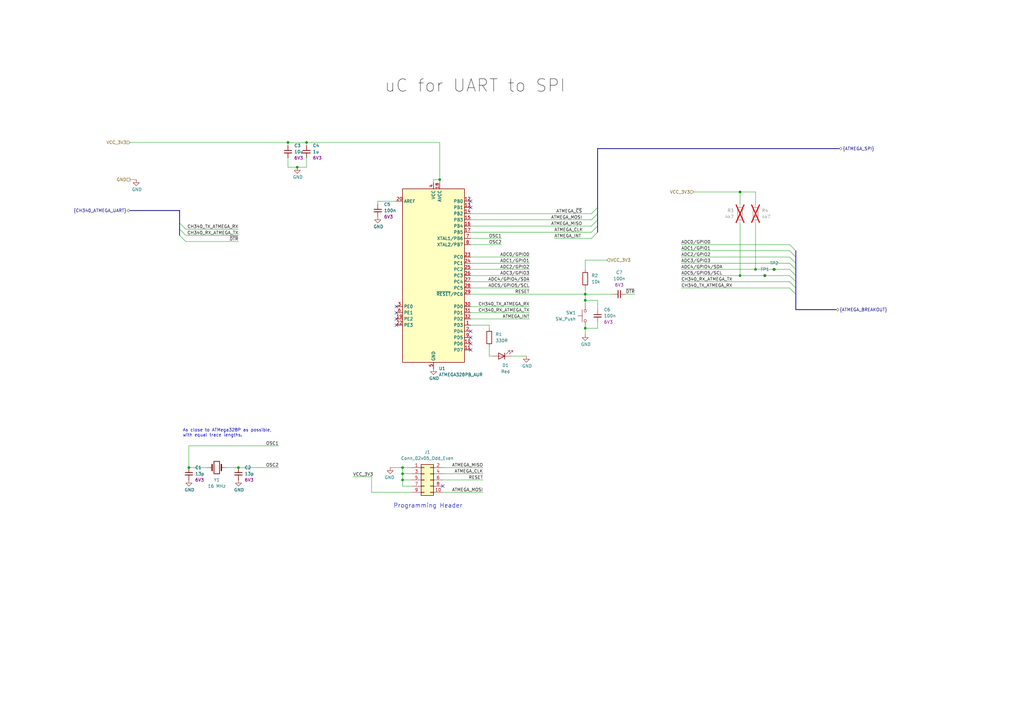
<source format=kicad_sch>
(kicad_sch (version 20250114) (generator "eeschema") (generator_version "9.0")
  (paper "A3")
  (title_block (title "MAGE-CANBOB-002") (date "2025-05-14") (rev "1") (comment 1 "Yiannis Michael") (comment 2 "2025-05-14") (comment 3 "Chris Thomas") (comment 4 "2025-06-02"))
  (lib_symbols
    (symbol "Connector:TestPoint_Small" (pin_numbers (hide yes)) (pin_names (offset 0.762) (hide yes))
      (property "Reference" "TP" (at 0 3.81 0))
      (property "Value" "TestPoint_Small" (at 0 2.032 0))
      (symbol "TestPoint_Small_0_1"
        (circle (center 0 0) (radius 0.508))
      )
      (symbol "TestPoint_Small_1_1"
        (pin passive line (at 0 0 90) (length 0) (name "1") (number "1"))
      )
    )
    (symbol "Connector_Generic:Conn_02x05_Odd_Even" (pin_names (offset 1.016) (hide yes))
      (property "Reference" "J" (at 1.27 7.62 0))
      (property "Value" "Conn_02x05_Odd_Even" (at 1.27 -7.62 0))
      (symbol "Conn_02x05_Odd_Even_1_1"
        (rectangle (start -1.27 6.35) (end 3.81 -6.35) (stroke (width 0.254)) (fill (type background)))
        (rectangle (start -1.27 5.207) (end 0 4.953) (stroke (width 0.1524)))
        (rectangle (start -1.27 2.667) (end 0 2.413) (stroke (width 0.1524)))
        (rectangle (start -1.27 0.127) (end 0 -0.127) (stroke (width 0.1524)))
        (rectangle (start -1.27 -2.413) (end 0 -2.667) (stroke (width 0.1524)))
        (rectangle (start -1.27 -4.953) (end 0 -5.207) (stroke (width 0.1524)))
        (rectangle (start 3.81 5.207) (end 2.54 4.953) (stroke (width 0.1524)))
        (rectangle (start 3.81 2.667) (end 2.54 2.413) (stroke (width 0.1524)))
        (rectangle (start 3.81 0.127) (end 2.54 -0.127) (stroke (width 0.1524)))
        (rectangle (start 3.81 -2.413) (end 2.54 -2.667) (stroke (width 0.1524)))
        (rectangle (start 3.81 -4.953) (end 2.54 -5.207) (stroke (width 0.1524)))
        (pin passive line (at -5.08 5.08 0) (length 3.81) (name "Pin_1") (number "1"))
        (pin passive line (at -5.08 2.54 0) (length 3.81) (name "Pin_3") (number "3"))
        (pin passive line (at -5.08 0 0) (length 3.81) (name "Pin_5") (number "5"))
        (pin passive line (at -5.08 -2.54 0) (length 3.81) (name "Pin_7") (number "7"))
        (pin passive line (at -5.08 -5.08 0) (length 3.81) (name "Pin_9") (number "9"))
        (pin passive line (at 7.62 5.08 180) (length 3.81) (name "Pin_2") (number "2"))
        (pin passive line (at 7.62 2.54 180) (length 3.81) (name "Pin_4") (number "4"))
        (pin passive line (at 7.62 0 180) (length 3.81) (name "Pin_6") (number "6"))
        (pin passive line (at 7.62 -2.54 180) (length 3.81) (name "Pin_8") (number "8"))
        (pin passive line (at 7.62 -5.08 180) (length 3.81) (name "Pin_10") (number "10"))
      )
    )
    (symbol "Device:C_Small" (pin_numbers (hide yes)) (pin_names (offset 0.254) (hide yes))
      (property "Reference" "C" (at 0.254 1.778 0))
      (property "Value" "C_Small" (at 0.254 -2.032 0))
      (symbol "C_Small_0_1"
        (polyline (pts (xy -1.524 0.508) (xy 1.524 0.508)) (stroke (width 0.3048)))
        (polyline (pts (xy -1.524 -0.508) (xy 1.524 -0.508)) (stroke (width 0.3302)))
      )
      (symbol "C_Small_1_1"
        (pin passive line (at 0 2.54 270) (length 2.032) (name "~") (number "1"))
        (pin passive line (at 0 -2.54 90) (length 2.032) (name "~") (number "2"))
      )
    )
    (symbol "Device:Crystal" (pin_numbers (hide yes)) (pin_names (offset 1.016) (hide yes))
      (property "Reference" "Y" (at 0 3.81 0))
      (property "Value" "Crystal" (at 0 -3.81 0))
      (symbol "Crystal_0_1"
        (polyline (pts (xy -2.54 0) (xy -1.905 0)))
        (polyline (pts (xy -1.905 -1.27) (xy -1.905 1.27)) (stroke (width 0.508)))
        (rectangle (start -1.143 2.54) (end 1.143 -2.54) (stroke (width 0.3048)))
        (polyline (pts (xy 1.905 -1.27) (xy 1.905 1.27)) (stroke (width 0.508)))
        (polyline (pts (xy 2.54 0) (xy 1.905 0)))
      )
      (symbol "Crystal_1_1"
        (pin passive line (at -3.81 0 0) (length 1.27) (name "1") (number "1"))
        (pin passive line (at 3.81 0 180) (length 1.27) (name "2") (number "2"))
      )
    )
    (symbol "Device:LED" (pin_numbers (hide yes)) (pin_names (offset 1.016) (hide yes))
      (property "Reference" "D" (at 0 2.54 0))
      (property "Value" "LED" (at 0 -2.54 0))
      (symbol "LED_0_1"
        (polyline (pts (xy -3.048 -0.762) (xy -4.572 -2.286) (xy -3.81 -2.286) (xy -4.572 -2.286) (xy -4.572 -1.524)))
        (polyline (pts (xy -1.778 -0.762) (xy -3.302 -2.286) (xy -2.54 -2.286) (xy -3.302 -2.286) (xy -3.302 -1.524)))
        (polyline (pts (xy -1.27 0) (xy 1.27 0)))
        (polyline (pts (xy -1.27 -1.27) (xy -1.27 1.27)) (stroke (width 0.254)))
        (polyline (pts (xy 1.27 -1.27) (xy 1.27 1.27) (xy -1.27 0) (xy 1.27 -1.27)) (stroke (width 0.254)))
      )
      (symbol "LED_1_1"
        (pin passive line (at -3.81 0 0) (length 2.54) (name "K") (number "1"))
        (pin passive line (at 3.81 0 180) (length 2.54) (name "A") (number "2"))
      )
    )
    (symbol "Device:R" (pin_numbers (hide yes)) (pin_names (offset 0))
      (property "Reference" "R" (at 2.032 0 90))
      (property "Value" "R" (at 0 0 90))
      (symbol "R_0_1"
        (rectangle (start -1.016 -2.54) (end 1.016 2.54) (stroke (width 0.254)))
      )
      (symbol "R_1_1"
        (pin passive line (at 0 3.81 270) (length 1.27) (name "~") (number "1"))
        (pin passive line (at 0 -3.81 90) (length 1.27) (name "~") (number "2"))
      )
    )
    (symbol "MCU_Microchip_ATmega:ATmega328PB-A"
      (property "Reference" "U" (at -12.7 36.83 0))
      (property "Value" "ATmega328PB-A" (at 2.54 -36.83 0))
      (symbol "ATmega328PB-A_0_1"
        (rectangle (start -12.7 -35.56) (end 12.7 35.56) (stroke (width 0.254)) (fill (type background)))
      )
      (symbol "ATmega328PB-A_1_1"
        (pin passive line (at -15.24 30.48 0) (length 2.54) (name "AREF") (number "20"))
        (pin bidirectional line (at -15.24 -12.7 0) (length 2.54) (name "PE0") (number "3"))
        (pin bidirectional line (at -15.24 -15.24 0) (length 2.54) (name "PE1") (number "6"))
        (pin bidirectional line (at -15.24 -17.78 0) (length 2.54) (name "PE2") (number "19"))
        (pin bidirectional line (at -15.24 -20.32 0) (length 2.54) (name "PE3") (number "22"))
        (pin power_in line (at 0 38.1 270) (length 2.54) (name "VCC") (number "4"))
        (pin passive line (at 0 -38.1 90) (length 2.54) (hide yes) (name "GND") (number "21"))
        (pin power_in line (at 0 -38.1 90) (length 2.54) (name "GND") (number "5"))
        (pin power_in line (at 2.54 38.1 270) (length 2.54) (name "AVCC") (number "18"))
        (pin bidirectional line (at 15.24 30.48 180) (length 2.54) (name "PB0") (number "12"))
        (pin bidirectional line (at 15.24 27.94 180) (length 2.54) (name "PB1") (number "13"))
        (pin bidirectional line (at 15.24 25.4 180) (length 2.54) (name "PB2") (number "14"))
        (pin bidirectional line (at 15.24 22.86 180) (length 2.54) (name "PB3") (number "15"))
        (pin bidirectional line (at 15.24 20.32 180) (length 2.54) (name "PB4") (number "16"))
        (pin bidirectional line (at 15.24 17.78 180) (length 2.54) (name "PB5") (number "17"))
        (pin bidirectional line (at 15.24 15.24 180) (length 2.54) (name "XTAL1/PB6") (number "7"))
        (pin bidirectional line (at 15.24 12.7 180) (length 2.54) (name "XTAL2/PB7") (number "8"))
        (pin bidirectional line (at 15.24 7.62 180) (length 2.54) (name "PC0") (number "23"))
        (pin bidirectional line (at 15.24 5.08 180) (length 2.54) (name "PC1") (number "24"))
        (pin bidirectional line (at 15.24 2.54 180) (length 2.54) (name "PC2") (number "25"))
        (pin bidirectional line (at 15.24 0 180) (length 2.54) (name "PC3") (number "26"))
        (pin bidirectional line (at 15.24 -2.54 180) (length 2.54) (name "PC4") (number "27"))
        (pin bidirectional line (at 15.24 -5.08 180) (length 2.54) (name "PC5") (number "28"))
        (pin bidirectional line (at 15.24 -7.62 180) (length 2.54) (name "~{RESET}/PC6") (number "29"))
        (pin bidirectional line (at 15.24 -12.7 180) (length 2.54) (name "PD0") (number "30"))
        (pin bidirectional line (at 15.24 -15.24 180) (length 2.54) (name "PD1") (number "31"))
        (pin bidirectional line (at 15.24 -17.78 180) (length 2.54) (name "PD2") (number "32"))
        (pin bidirectional line (at 15.24 -20.32 180) (length 2.54) (name "PD3") (number "1"))
        (pin bidirectional line (at 15.24 -22.86 180) (length 2.54) (name "PD4") (number "2"))
        (pin bidirectional line (at 15.24 -25.4 180) (length 2.54) (name "PD5") (number "9"))
        (pin bidirectional line (at 15.24 -27.94 180) (length 2.54) (name "PD6") (number "10"))
        (pin bidirectional line (at 15.24 -30.48 180) (length 2.54) (name "PD7") (number "11"))
      )
    )
    (symbol "Switch:SW_Push" (pin_numbers (hide yes)) (pin_names (offset 1.016) (hide yes))
      (property "Reference" "SW" (at 1.27 2.54 0))
      (property "Value" "SW_Push" (at 0 -1.524 0))
      (symbol "SW_Push_0_1"
        (circle (center -2.032 0) (radius 0.508))
        (polyline (pts (xy 0 1.27) (xy 0 3.048)))
        (circle (center 2.032 0) (radius 0.508))
        (polyline (pts (xy 2.54 1.27) (xy -2.54 1.27)))
        (pin passive line (at -5.08 0 0) (length 2.54) (name "1") (number "1"))
        (pin passive line (at 5.08 0 180) (length 2.54) (name "2") (number "2"))
      )
    )
    (symbol "power:GND" (power) (pin_numbers (hide yes)) (pin_names (offset 0) (hide yes))
      (property "Value" "GND" (at 0 -3.81 0))
      (symbol "GND_0_1"
        (polyline (pts (xy 0 0) (xy 0 -1.27) (xy 1.27 -1.27) (xy 0 -2.54) (xy -1.27 -1.27) (xy 0 -1.27)))
      )
      (symbol "GND_1_1"
        (pin power_in line (at 0 0 270) (length 0) (name "~") (number "1"))
      )
    )
  )
  (bus_alias "ATMEGA_BREAKOUT" (members "ADC0/GPIO0" "ADC1/GPIO1" "ADC2/GPIO2" "ADC3/GPIO3" "ADC4/GPIO4/SDA" "ADC5/GPIO5/SCL" "CH340_RX_ATMEGA_TX" "CH340_TX_ATMEGA_RX" "ADC4/GPIO4/SDA" "ADC5/GPIO5/SCL"))
  (bus_alias "ATMEGA_SPI" (members "ATMEGA_~{CS}" "ATMEGA_MOSI" "ATMEGA_MISO" "ATMEGA_CLK" "ATMEGA_INT"))
  (text "Programming Header" (at 175.514 207.518 0) (effects (font (size 1.778 1.778))))
  (text "uC for UART to SPI" (at 194.818 35.306 0) (effects (font (size 5.08 5.08))))
  (text "As close to ATMega328P as possible, \nwith equal trace lengths." (at 74.93 177.546 0) (effects (font (size 1.27 1.27)) (justify left)))
  (junction (at 125.73 58.42))
  (junction (at 121.92 68.58))
  (junction (at 97.79 191.77))
  (junction (at 240.03 123.19))
  (junction (at 165.1 194.31))
  (junction (at 180.34 73.66))
  (junction (at 317.5 110.49))
  (junction (at 165.1 196.85))
  (junction (at 77.47 191.77))
  (junction (at 118.11 58.42))
  (junction (at 303.53 113.03))
  (junction (at 240.03 120.65))
  (junction (at 313.69 113.03))
  (junction (at 303.53 78.74))
  (junction (at 240.03 134.62))
  (junction (at 309.88 110.49))
  (junction (at 165.1 191.77))
  (no_connect (at 162.56 130.81))
  (no_connect (at 193.04 85.09))
  (no_connect (at 193.04 143.51))
  (no_connect (at 193.04 135.89))
  (no_connect (at 193.04 138.43))
  (no_connect (at 162.56 125.73))
  (no_connect (at 162.56 133.35))
  (no_connect (at 193.04 82.55))
  (no_connect (at 181.61 199.39))
  (no_connect (at 162.56 128.27))
  (no_connect (at 193.04 140.97))
  (bus_entry (at 323.85 102.87) (size 2.54 2.54))
  (bus_entry (at 323.85 105.41) (size 2.54 2.54))
  (bus_entry (at 73.66 96.52) (size 2.54 2.54))
  (bus_entry (at 73.66 91.44) (size 2.54 2.54))
  (bus_entry (at 323.85 118.11) (size 2.54 2.54))
  (bus_entry (at 73.66 93.98) (size 2.54 2.54))
  (bus_entry (at 323.85 113.03) (size 2.54 2.54))
  (bus_entry (at 245.11 92.71) (size -2.54 2.54))
  (bus_entry (at 323.85 107.95) (size 2.54 2.54))
  (bus_entry (at 323.85 115.57) (size 2.54 2.54))
  (bus_entry (at 245.11 87.63) (size -2.54 2.54))
  (bus_entry (at 245.11 95.25) (size -2.54 2.54))
  (bus_entry (at 245.11 85.09) (size -2.54 2.54))
  (bus_entry (at 323.85 110.49) (size 2.54 2.54))
  (bus_entry (at 323.85 100.33) (size 2.54 2.54))
  (bus_entry (at 245.11 90.17) (size -2.54 2.54))
  (wire (pts (xy 309.88 110.49) (xy 317.5 110.49)))
  (wire (pts (xy 168.91 196.85) (xy 165.1 196.85)))
  (wire (pts (xy 180.34 58.42) (xy 180.34 73.66)))
  (wire (pts (xy 279.4 105.41) (xy 323.85 105.41)))
  (wire (pts (xy 76.2 93.98) (xy 97.79 93.98)))
  (wire (pts (xy 193.04 133.35) (xy 200.66 133.35)))
  (wire (pts (xy 200.66 133.35) (xy 200.66 134.62)))
  (wire (pts (xy 193.04 92.71) (xy 242.57 92.71)))
  (bus (pts (xy 73.66 86.36) (xy 73.66 91.44)))
  (wire (pts (xy 303.53 83.82) (xy 303.53 78.74)))
  (wire (pts (xy 181.61 196.85) (xy 198.12 196.85)))
  (wire (pts (xy 317.5 110.49) (xy 323.85 110.49)))
  (wire (pts (xy 240.03 134.62) (xy 240.03 137.16)))
  (wire (pts (xy 177.8 73.66) (xy 177.8 74.93)))
  (wire (pts (xy 240.03 118.11) (xy 240.03 120.65)))
  (wire (pts (xy 162.56 82.55) (xy 154.94 82.55)))
  (wire (pts (xy 303.53 113.03) (xy 313.69 113.03)))
  (wire (pts (xy 168.91 194.31) (xy 165.1 194.31)))
  (wire (pts (xy 193.04 118.11) (xy 217.17 118.11)))
  (wire (pts (xy 245.11 132.08) (xy 245.11 134.62)))
  (wire (pts (xy 279.4 118.11) (xy 323.85 118.11)))
  (wire (pts (xy 279.4 100.33) (xy 323.85 100.33)))
  (wire (pts (xy 240.03 106.68) (xy 240.03 110.49)))
  (bus (pts (xy 245.11 92.71) (xy 245.11 95.25)))
  (wire (pts (xy 181.61 194.31) (xy 198.12 194.31)))
  (wire (pts (xy 279.4 115.57) (xy 323.85 115.57)))
  (wire (pts (xy 303.53 91.44) (xy 303.53 113.03)))
  (wire (pts (xy 245.11 123.19) (xy 240.03 123.19)))
  (wire (pts (xy 165.1 196.85) (xy 165.1 199.39)))
  (wire (pts (xy 193.04 105.41) (xy 217.17 105.41)))
  (bus (pts (xy 326.39 105.41) (xy 326.39 107.95)))
  (wire (pts (xy 309.88 78.74) (xy 309.88 83.82)))
  (bus (pts (xy 326.39 110.49) (xy 326.39 113.03)))
  (wire (pts (xy 53.34 58.42) (xy 118.11 58.42)))
  (wire (pts (xy 160.02 191.77) (xy 165.1 191.77)))
  (wire (pts (xy 125.73 58.42) (xy 125.73 59.69)))
  (wire (pts (xy 118.11 58.42) (xy 118.11 59.69)))
  (bus (pts (xy 245.11 87.63) (xy 245.11 90.17)))
  (wire (pts (xy 303.53 78.74) (xy 284.48 78.74)))
  (wire (pts (xy 193.04 130.81) (xy 217.17 130.81)))
  (wire (pts (xy 165.1 191.77) (xy 165.1 194.31)))
  (wire (pts (xy 152.4 195.58) (xy 152.4 201.93)))
  (wire (pts (xy 193.04 128.27) (xy 217.17 128.27)))
  (bus (pts (xy 326.39 115.57) (xy 326.39 118.11)))
  (wire (pts (xy 193.04 113.03) (xy 217.17 113.03)))
  (wire (pts (xy 125.73 58.42) (xy 180.34 58.42)))
  (wire (pts (xy 144.78 195.58) (xy 152.4 195.58)))
  (wire (pts (xy 118.11 64.77) (xy 118.11 68.58)))
  (wire (pts (xy 279.4 110.49) (xy 309.88 110.49)))
  (bus (pts (xy 73.66 91.44) (xy 73.66 93.98)))
  (wire (pts (xy 313.69 113.03) (xy 323.85 113.03)))
  (wire (pts (xy 245.11 123.19) (xy 245.11 127)))
  (wire (pts (xy 193.04 90.17) (xy 242.57 90.17)))
  (wire (pts (xy 256.54 120.65) (xy 260.35 120.65)))
  (wire (pts (xy 180.34 73.66) (xy 177.8 73.66)))
  (wire (pts (xy 152.4 201.93) (xy 168.91 201.93)))
  (wire (pts (xy 180.34 74.93) (xy 180.34 73.66)))
  (bus (pts (xy 245.11 90.17) (xy 245.11 92.71)))
  (wire (pts (xy 240.03 123.19) (xy 240.03 124.46)))
  (bus (pts (xy 326.39 127) (xy 326.39 120.65)))
  (wire (pts (xy 227.33 97.79) (xy 242.57 97.79)))
  (bus (pts (xy 245.11 60.96) (xy 344.17 60.96)))
  (wire (pts (xy 193.04 120.65) (xy 240.03 120.65)))
  (bus (pts (xy 73.66 93.98) (xy 73.66 96.52)))
  (wire (pts (xy 77.47 191.77) (xy 85.09 191.77)))
  (wire (pts (xy 193.04 95.25) (xy 242.57 95.25)))
  (wire (pts (xy 200.66 146.05) (xy 200.66 142.24)))
  (wire (pts (xy 279.4 107.95) (xy 323.85 107.95)))
  (wire (pts (xy 154.94 82.55) (xy 154.94 83.82)))
  (wire (pts (xy 193.04 115.57) (xy 217.17 115.57)))
  (wire (pts (xy 240.03 120.65) (xy 251.46 120.65)))
  (wire (pts (xy 193.04 107.95) (xy 217.17 107.95)))
  (wire (pts (xy 303.53 78.74) (xy 309.88 78.74)))
  (bus (pts (xy 326.39 113.03) (xy 326.39 115.57)))
  (wire (pts (xy 193.04 125.73) (xy 217.17 125.73)))
  (wire (pts (xy 209.55 146.05) (xy 215.9 146.05)))
  (bus (pts (xy 245.11 85.09) (xy 245.11 87.63)))
  (wire (pts (xy 205.74 100.33) (xy 193.04 100.33)))
  (wire (pts (xy 240.03 120.65) (xy 240.03 123.19)))
  (wire (pts (xy 76.2 96.52) (xy 97.79 96.52)))
  (wire (pts (xy 193.04 110.49) (xy 217.17 110.49)))
  (wire (pts (xy 279.4 113.03) (xy 303.53 113.03)))
  (bus (pts (xy 342.9 127) (xy 326.39 127)))
  (wire (pts (xy 77.47 191.77) (xy 77.47 182.88)))
  (bus (pts (xy 245.11 60.96) (xy 245.11 85.09)))
  (bus (pts (xy 326.39 107.95) (xy 326.39 110.49)))
  (wire (pts (xy 309.88 91.44) (xy 309.88 110.49)))
  (bus (pts (xy 326.39 118.11) (xy 326.39 120.65)))
  (wire (pts (xy 118.11 68.58) (xy 121.92 68.58)))
  (wire (pts (xy 92.71 191.77) (xy 97.79 191.77)))
  (wire (pts (xy 200.66 146.05) (xy 201.93 146.05)))
  (wire (pts (xy 181.61 191.77) (xy 198.12 191.77)))
  (wire (pts (xy 240.03 106.68) (xy 248.92 106.68)))
  (wire (pts (xy 193.04 87.63) (xy 242.57 87.63)))
  (wire (pts (xy 55.88 73.66) (xy 53.34 73.66)))
  (wire (pts (xy 165.1 194.31) (xy 165.1 196.85)))
  (wire (pts (xy 97.79 191.77) (xy 114.3 191.77)))
  (wire (pts (xy 125.73 64.77) (xy 125.73 68.58)))
  (wire (pts (xy 165.1 191.77) (xy 168.91 191.77)))
  (wire (pts (xy 77.47 182.88) (xy 114.3 182.88)))
  (wire (pts (xy 279.4 102.87) (xy 323.85 102.87)))
  (wire (pts (xy 181.61 201.93) (xy 198.12 201.93)))
  (wire (pts (xy 118.11 58.42) (xy 125.73 58.42)))
  (bus (pts (xy 326.39 102.87) (xy 326.39 105.41)))
  (wire (pts (xy 165.1 199.39) (xy 168.91 199.39)))
  (wire (pts (xy 121.92 68.58) (xy 125.73 68.58)))
  (wire (pts (xy 245.11 134.62) (xy 240.03 134.62)))
  (wire (pts (xy 76.2 99.06) (xy 97.79 99.06)))
  (wire (pts (xy 205.74 97.79) (xy 193.04 97.79)))
  (bus (pts (xy 53.34 86.36) (xy 73.66 86.36)))
  (label "OSC1" (at 205.74 97.79 180))
  (label "CH340_TX_ATMEGA_RX" (at 217.17 125.73 180))
  (label "ADC3{slash}GPIO3" (at 279.4 107.95 0))
  (label "OSC2" (at 114.3 191.77 180))
  (label "ADC3{slash}GPIO3" (at 217.17 113.03 180))
  (label "ATMEGA_MISO" (at 238.76 92.71 180))
  (label "ATMEGA_CLK" (at 198.12 194.31 180))
  (label "CH340_RX_ATMEGA_TX" (at 279.4 115.57 0))
  (label "RESET" (at 198.12 196.85 180))
  (label "ATMEGA_CLK" (at 227.33 95.25 0))
  (label "ADC2{slash}GPIO2" (at 279.4 105.41 0))
  (label "ADC0{slash}GPIO0" (at 217.17 105.41 180))
  (label "RESET" (at 217.17 120.65 180))
  (label "CH340_TX_ATMEGA_RX" (at 97.79 93.98 180))
  (label "ADC5{slash}GPIO5{slash}SCL" (at 217.17 118.11 180))
  (label "ATMEGA_INT" (at 217.17 130.81 180))
  (label "ATMEGA_MOSI" (at 198.12 201.93 180))
  (label "ATMEGA_INT" (at 227.33 97.79 0))
  (label "ADC0{slash}GPIO0" (at 279.4 100.33 0))
  (label "OSC2" (at 205.74 100.33 180))
  (label "CH340_RX_ATMEGA_TX" (at 217.17 128.27 180))
  (label "ATMEGA_MISO" (at 198.12 191.77 180))
  (label "ADC4{slash}GPIO4{slash}SDA" (at 279.4 110.49 0))
  (label "~{DTR}" (at 260.35 120.65 180))
  (label "~{DTR}" (at 97.79 99.06 180))
  (label "ADC2{slash}GPIO2" (at 217.17 110.49 180))
  (label "ATMEGA_MOSI" (at 238.76 90.17 180))
  (label "VCC_3V3" (at 144.78 195.58 0))
  (label "ATMEGA_~{CS}" (at 238.76 87.63 180))
  (label "ADC4{slash}GPIO4{slash}SDA" (at 217.17 115.57 180))
  (label "CH340_RX_ATMEGA_TX" (at 97.79 96.52 180))
  (label "CH340_TX_ATMEGA_RX" (at 279.4 118.11 0))
  (label "ADC5{slash}GPIO5{slash}SCL" (at 279.4 113.03 0))
  (label "ADC1{slash}GPIO1" (at 279.4 102.87 0))
  (label "ADC1{slash}GPIO1" (at 217.17 107.95 180))
  (label "OSC1" (at 114.3 182.88 180))
  (hierarchical_label "VCC_3V3" (shape input) (at 248.92 106.68 0))
  (hierarchical_label "VCC_3V3" (shape input) (at 284.48 78.74 180))
  (hierarchical_label "GND" (shape passive) (at 53.34 73.66 180))
  (hierarchical_label "{ATMEGA_BREAKOUT}" (shape bidirectional) (at 342.9 127 0))
  (hierarchical_label "{ATMEGA_SPI}" (shape bidirectional) (at 344.17 60.96 0))
  (hierarchical_label "{CH340_ATMEGA_UART}" (shape bidirectional) (at 53.34 86.36 180))
  (hierarchical_label "VCC_3V3" (shape input) (at 53.34 58.42 180))
  (symbol (lib_id "power:GND") (at 160.02 191.77 0) (mirror y) (unit 1)
    (property "Reference" "#PWR067" (effects (hide yes)))
    (property "Value" "GND" (at 159.766 195.834 0))
    (property "Description" "Power symbol creates a global label with name \"GND\" , ground" (effects (hide yes)))
  )
  (symbol (lib_id "Connector_Generic:Conn_02x05_Odd_Even") (at 173.99 196.85 0) (unit 1)
    (property "Reference" "J1" (at 175.26 185.42 0))
    (property "Value" "Conn_02x05_Odd_Even" (at 175.26 187.96 0))
    (property "Footprint" "Connector_IDC:IDC-Header_2x05_P2.54mm_Vertical" (effects (hide yes)))
    (property "Description" "Generic connector, double row, 02x05, odd/even pin numbering scheme (row 1 odd numbers, row 2 even numbers), script generated (kicad-library-utils/schlib/autogen/connector/)" (effects (hide yes)))
    (property "MPN" "61201021621" (effects (hide yes)))
  )
  (symbol (lib_id "Device:C_Small") (at 97.79 194.31 0) (unit 1)
    (property "Reference" "C2" (at 100.33 191.7762 0) (effects (justify left)))
    (property "Value" "13p" (at 100.33 194.3162 0) (effects (justify left)))
    (property "Footprint" "Capacitor_SMD:C_0603_1608Metric_Pad1.08x0.95mm_HandSolder" (effects (hide yes)))
    (property "Description" "Unpolarized capacitor, small symbol" (effects (hide yes)))
    (property "MPN" "06035A130GAT2A" (effects (hide yes)))
    (property "Rating" "6V3" (at 100.33 196.8562 0) (effects (justify left)))
  )
  (symbol (lib_id "Switch:SW_Push") (at 240.03 129.54 90) (unit 1)
    (property "Reference" "SW1" (at 236.22 128.2699 90) (effects (justify left)))
    (property "Value" "SW_Push" (at 236.22 130.8099 90) (effects (justify left)))
    (property "Footprint" "Button_Switch_SMD:SW_SPST_PTS645" (effects (hide yes)))
    (property "Description" "Push button switch, generic, two pins" (effects (hide yes)))
    (property "MPN" "PTS645SM95SMTR92LFS" (effects (hide yes)))
  )
  (symbol (lib_id "Device:C_Small") (at 118.11 62.23 0) (mirror y) (unit 1)
    (property "Reference" "C3" (at 120.65 59.6962 0) (effects (justify right)))
    (property "Value" "10u" (at 120.65 62.2362 0) (effects (justify right)))
    (property "Footprint" "Capacitor_SMD:C_0603_1608Metric_Pad1.08x0.95mm_HandSolder" (effects (hide yes)))
    (property "Description" "Unpolarized capacitor, small symbol" (effects (hide yes)))
    (property "Rating" "6V3" (at 120.65 64.7762 0) (effects (justify right)))
    (property "MPN" "Generic" (effects (hide yes)))
  )
  (symbol (lib_id "power:GND") (at 97.79 196.85 0) (unit 1)
    (property "Reference" "#PWR021" (effects (hide yes)))
    (property "Value" "GND" (at 98.044 200.914 0))
    (property "Description" "Power symbol creates a global label with name \"GND\" , ground" (effects (hide yes)))
  )
  (symbol (lib_id "Device:C_Small") (at 154.94 86.36 0) (unit 1)
    (property "Reference" "C5" (at 157.48 83.8262 0) (effects (justify left)))
    (property "Value" "100n" (at 157.48 86.3662 0) (effects (justify left)))
    (property "Footprint" "Capacitor_SMD:C_0603_1608Metric_Pad1.08x0.95mm_HandSolder" (effects (hide yes)))
    (property "Description" "Unpolarized capacitor, small symbol" (effects (hide yes)))
    (property "Rating" "6V3" (at 157.48 88.9062 0) (effects (justify left)))
    (property "MPN" "Generic" (effects (hide yes)))
  )
  (symbol (lib_id "power:GND") (at 177.8 151.13 0) (unit 1)
    (property "Reference" "#PWR024" (effects (hide yes)))
    (property "Value" "GND" (at 178.054 155.194 0))
    (property "Description" "Power symbol creates a global label with name \"GND\" , ground" (effects (hide yes)))
  )
  (symbol (lib_id "Device:C_Small") (at 254 120.65 270) (unit 1)
    (property "Reference" "C7" (at 253.9936 111.76 90))
    (property "Value" "100n" (at 253.9936 114.3 90))
    (property "Footprint" "Capacitor_SMD:C_0603_1608Metric_Pad1.08x0.95mm_HandSolder" (effects (hide yes)))
    (property "Description" "Unpolarized capacitor, small symbol" (effects (hide yes)))
    (property "Rating" "6V3" (at 253.9936 116.84 90))
    (property "MPN" "Generic" (effects (hide yes)))
  )
  (symbol (lib_id "Device:R") (at 200.66 138.43 0) (unit 1)
    (property "Reference" "R1" (at 203.2 137.1599 0) (effects (justify left)))
    (property "Value" "330R" (at 203.2 139.6999 0) (effects (justify left)))
    (property "Footprint" "Resistor_SMD:R_0603_1608Metric_Pad0.98x0.95mm_HandSolder" (effects (hide yes)))
    (property "Description" "Resistor" (effects (hide yes)))
    (property "MPN" "Generic" (effects (hide yes)))
  )
  (symbol (lib_id "power:GND") (at 121.92 68.58 0) (unit 1)
    (property "Reference" "#PWR022" (effects (hide yes)))
    (property "Value" "GND" (at 122.174 72.644 0))
    (property "Description" "Power symbol creates a global label with name \"GND\" , ground" (effects (hide yes)))
  )
  (symbol (lib_id "power:GND") (at 240.03 137.16 0) (unit 1)
    (property "Reference" "#PWR026" (effects (hide yes)))
    (property "Value" "GND" (at 240.284 141.224 0))
    (property "Description" "Power symbol creates a global label with name \"GND\" , ground" (effects (hide yes)))
  )
  (symbol (lib_id "MCU_Microchip_ATmega:ATmega328PB-A") (at 177.8 113.03 0) (unit 1)
    (property "Reference" "U1" (at 179.9433 151.13 0) (effects (justify left)))
    (property "Value" "ATMEGA328PB_AUR" (at 179.9433 153.67 0) (effects (justify left)))
    (property "Footprint" "Package_QFP:TQFP-32_7x7mm_P0.8mm" (effects (hide yes)))
    (property "Datasheet" "http://ww1.microchip.com/downloads/en/DeviceDoc/40001906C.pdf" (effects (hide yes)))
    (property "Description" "20MHz, 32kB Flash, 2kB SRAM, 1kB EEPROM, TQFP-32" (effects (hide yes)))
    (property "MPN" "ATMEGA328PB_AUR" (effects (hide yes)))
  )
  (symbol (lib_id "Device:C_Small") (at 125.73 62.23 0) (unit 1)
    (property "Reference" "C4" (at 128.27 59.6962 0) (effects (justify left)))
    (property "Value" "1u" (at 128.27 62.2362 0) (effects (justify left)))
    (property "Footprint" "Capacitor_SMD:C_0603_1608Metric_Pad1.08x0.95mm_HandSolder" (effects (hide yes)))
    (property "Description" "Unpolarized capacitor, small symbol" (effects (hide yes)))
    (property "Rating" "6V3" (at 128.27 64.7762 0) (effects (justify left)))
    (property "MPN" "Generic" (effects (hide yes)))
  )
  (symbol (lib_id "Device:R") (at 240.03 114.3 0) (unit 1)
    (property "Reference" "R2" (at 242.57 113.0299 0) (effects (justify left)))
    (property "Value" "10k" (at 242.57 115.5699 0) (effects (justify left)))
    (property "Footprint" "Resistor_SMD:R_0603_1608Metric_Pad0.98x0.95mm_HandSolder" (effects (hide yes)))
    (property "Description" "Resistor" (effects (hide yes)))
    (property "MPN" "Generic" (effects (hide yes)))
  )
  (symbol (lib_id "Device:R") (at 303.53 87.63 180) (unit 1) (dnp yes)
    (property "Reference" "R3" (at 300.99 86.3599 0) (effects (justify left)))
    (property "Value" "4k7" (at 300.99 88.8999 0) (effects (justify left)))
    (property "Footprint" "Resistor_SMD:R_0603_1608Metric_Pad0.98x0.95mm_HandSolder" (effects (hide yes)))
    (property "Description" "Resistor" (effects (hide yes)))
    (property "MPN" "Generic" (effects (hide yes)))
  )
  (symbol (lib_id "Device:Crystal") (at 88.9 191.77 0) (unit 1)
    (property "Reference" "Y1" (at 88.9 196.85 0))
    (property "Value" "16 MHz" (at 88.9 199.39 0))
    (property "Footprint" "Crystal:Crystal_SMD_5032-2Pin_5.0x3.2mm_HandSoldering" (effects (hide yes)))
    (property "Description" "Two pin crystal" (effects (hide yes)))
    (property "MPN" "NX5032GA-16.000M-LN-CD-1" (effects (hide yes)))
  )
  (symbol (lib_id "Connector:TestPoint_Small") (at 317.5 110.49 0) (unit 1)
    (property "Reference" "TP2" (at 317.5 107.95 0))
    (property "Value" "TestPoint_Small" (effects (hide yes)))
    (property "Footprint" "TestPoint:TestPoint_Pad_D1.5mm" (effects (hide yes)))
    (property "Description" "test point" (effects (hide yes)))
    (property "MPN" "Generic" (effects (hide yes)))
  )
  (symbol (lib_id "Connector:TestPoint_Small") (at 313.69 113.03 0) (unit 1)
    (property "Reference" "TP1" (at 313.69 110.49 0))
    (property "Value" "TestPoint_Small" (effects (hide yes)))
    (property "Footprint" "TestPoint:TestPoint_Pad_D1.5mm" (effects (hide yes)))
    (property "Description" "test point" (effects (hide yes)))
    (property "MPN" "Generic" (effects (hide yes)))
  )
  (symbol (lib_id "power:GND") (at 154.94 88.9 0) (unit 1)
    (property "Reference" "#PWR023" (effects (hide yes)))
    (property "Value" "GND" (at 155.194 92.964 0))
    (property "Description" "Power symbol creates a global label with name \"GND\" , ground" (effects (hide yes)))
  )
  (symbol (lib_id "power:GND") (at 55.88 73.66 0) (unit 1)
    (property "Reference" "#PWR019" (effects (hide yes)))
    (property "Value" "GND" (at 56.134 77.724 0))
    (property "Description" "Power symbol creates a global label with name \"GND\" , ground" (effects (hide yes)))
  )
  (symbol (lib_id "power:GND") (at 215.9 146.05 0) (unit 1)
    (property "Reference" "#PWR025" (effects (hide yes)))
    (property "Value" "GND" (at 216.154 150.114 0))
    (property "Description" "Power symbol creates a global label with name \"GND\" , ground" (effects (hide yes)))
  )
  (symbol (lib_id "power:GND") (at 77.47 196.85 0) (unit 1)
    (property "Reference" "#PWR020" (effects (hide yes)))
    (property "Value" "GND" (at 77.724 200.914 0))
    (property "Description" "Power symbol creates a global label with name \"GND\" , ground" (effects (hide yes)))
  )
  (symbol (lib_id "Device:R") (at 309.88 87.63 180) (unit 1) (dnp yes)
    (property "Reference" "R4" (at 312.42 86.3599 0) (effects (justify right)))
    (property "Value" "4k7" (at 312.42 88.8999 0) (effects (justify right)))
    (property "Footprint" "Resistor_SMD:R_0603_1608Metric_Pad0.98x0.95mm_HandSolder" (effects (hide yes)))
    (property "Description" "Resistor" (effects (hide yes)))
    (property "MPN" "Generic" (effects (hide yes)))
  )
  (symbol (lib_id "Device:LED") (at 205.74 146.05 180) (unit 1)
    (property "Reference" "D1" (at 207.3275 149.86 0))
    (property "Value" "Red" (at 207.3275 152.4 0))
    (property "Footprint" "LED_SMD:LED_0805_2012Metric_Pad1.15x1.40mm_HandSolder" (effects (hide yes)))
    (property "Description" "Light emitting diode" (effects (hide yes)))
    (property "MPN" "LS M676_P2R1_1_Z" (effects (hide yes)))
    (property "Sim.Pins" "1=K 2=A" (effects (hide yes)))
  )
  (symbol (lib_id "Device:C_Small") (at 77.47 194.31 0) (unit 1)
    (property "Reference" "C1" (at 80.01 191.7762 0) (effects (justify left)))
    (property "Value" "13p" (at 80.01 194.3162 0) (effects (justify left)))
    (property "Footprint" "Capacitor_SMD:C_0603_1608Metric_Pad1.08x0.95mm_HandSolder" (effects (hide yes)))
    (property "Description" "Unpolarized capacitor, small symbol" (effects (hide yes)))
    (property "MPN" "06035A130GAT2A" (effects (hide yes)))
    (property "Rating" "6V3" (at 80.01 196.8562 0) (effects (justify left)))
  )
  (symbol (lib_id "Device:C_Small") (at 245.11 129.54 0) (unit 1)
    (property "Reference" "C6" (at 247.65 127.0062 0) (effects (justify left)))
    (property "Value" "100n" (at 247.65 129.5462 0) (effects (justify left)))
    (property "Footprint" "Capacitor_SMD:C_0603_1608Metric_Pad1.08x0.95mm_HandSolder" (effects (hide yes)))
    (property "Description" "Unpolarized capacitor, small symbol" (effects (hide yes)))
    (property "Rating" "6V3" (at 247.65 132.0862 0) (effects (justify left)))
    (property "MPN" "Generic" (effects (hide yes)))
  )
)
</source>
